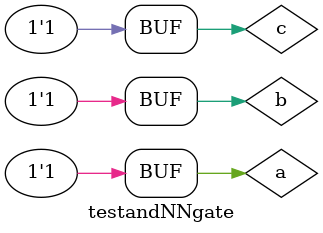
<source format=v>
module andNNgate ( output s, 
input p, q, c); 
assign s = (~((((~p) & (~q)) & (~c)))); 
endmodule // andNNgate 
// --------------------- 
// -- test andNN gate 
// --------------------- 
module testandNNgate; 
// ------------------------- dados locais 
reg a, b, c; // definir registradores 
wire s; // definir conexao (fio) 
// ------------------------- instancia 
andNNgate ANDNN1 (s, a, b, c); 
// ------------------------- preparacao 
initial begin:start 
a=0; b=0; c=0;
end 
// ------------------------- parte principal 
initial begin 
$display("Exercicio0004 - José Ferreira Reis Fonseca  - 405808"); 
$display("Test AND(NN)3 gate"); 
$display("\n~((~a & ~b) & ~c) = s\n"); 
$monitor("~((~%b & ~%b) & ~%b) = %b", a, b, c, s); 
a=0; b=0; c=0;
#1;
a=0; b=0; c=1;
#1;
a=0; b=1; c=0;
#1; 
a=0; b=1; c=1;
#1; 
a=1; b=0; c=0;
#1; 
a=1; b=0; c=1;
#1; 
a=1; b=1; c=0;
#1; 
a=1; b=1; c=1;
#1; 
end 
endmodule // testandNNgate 
</source>
